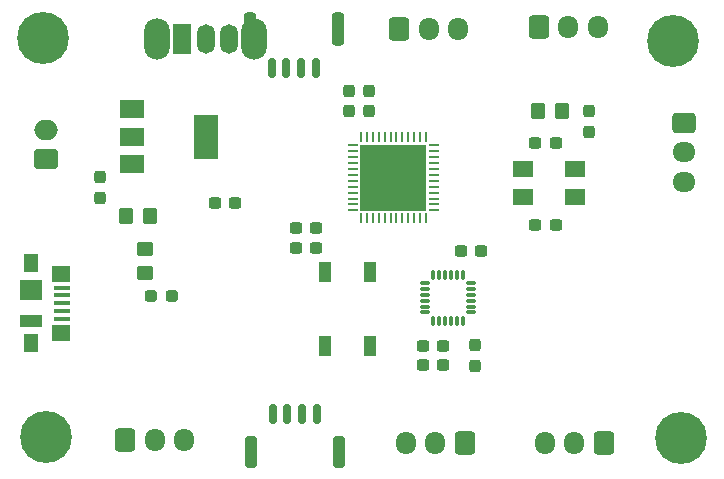
<source format=gbr>
%TF.GenerationSoftware,KiCad,Pcbnew,7.0.9*%
%TF.CreationDate,2025-06-07T20:57:36+05:30*%
%TF.ProjectId,flight_computer_rocketry,666c6967-6874-45f6-936f-6d7075746572,rev?*%
%TF.SameCoordinates,Original*%
%TF.FileFunction,Soldermask,Top*%
%TF.FilePolarity,Negative*%
%FSLAX46Y46*%
G04 Gerber Fmt 4.6, Leading zero omitted, Abs format (unit mm)*
G04 Created by KiCad (PCBNEW 7.0.9) date 2025-06-07 20:57:36*
%MOMM*%
%LPD*%
G01*
G04 APERTURE LIST*
G04 Aperture macros list*
%AMRoundRect*
0 Rectangle with rounded corners*
0 $1 Rounding radius*
0 $2 $3 $4 $5 $6 $7 $8 $9 X,Y pos of 4 corners*
0 Add a 4 corners polygon primitive as box body*
4,1,4,$2,$3,$4,$5,$6,$7,$8,$9,$2,$3,0*
0 Add four circle primitives for the rounded corners*
1,1,$1+$1,$2,$3*
1,1,$1+$1,$4,$5*
1,1,$1+$1,$6,$7*
1,1,$1+$1,$8,$9*
0 Add four rect primitives between the rounded corners*
20,1,$1+$1,$2,$3,$4,$5,0*
20,1,$1+$1,$4,$5,$6,$7,0*
20,1,$1+$1,$6,$7,$8,$9,0*
20,1,$1+$1,$8,$9,$2,$3,0*%
G04 Aperture macros list end*
%ADD10RoundRect,0.237500X-0.300000X-0.237500X0.300000X-0.237500X0.300000X0.237500X-0.300000X0.237500X0*%
%ADD11RoundRect,0.237500X0.237500X-0.287500X0.237500X0.287500X-0.237500X0.287500X-0.237500X-0.287500X0*%
%ADD12R,2.000000X1.500000*%
%ADD13R,2.000000X3.800000*%
%ADD14RoundRect,0.237500X-0.237500X0.300000X-0.237500X-0.300000X0.237500X-0.300000X0.237500X0.300000X0*%
%ADD15RoundRect,0.250000X-0.350000X-0.450000X0.350000X-0.450000X0.350000X0.450000X-0.350000X0.450000X0*%
%ADD16C,0.700000*%
%ADD17C,4.400000*%
%ADD18R,1.380000X0.450000*%
%ADD19R,1.300000X1.650000*%
%ADD20R,1.550000X1.425000*%
%ADD21R,1.900000X1.800000*%
%ADD22R,1.900000X1.000000*%
%ADD23RoundRect,0.150000X-0.150000X-0.700000X0.150000X-0.700000X0.150000X0.700000X-0.150000X0.700000X0*%
%ADD24RoundRect,0.250000X-0.250000X-1.100000X0.250000X-1.100000X0.250000X1.100000X-0.250000X1.100000X0*%
%ADD25RoundRect,0.250000X-0.450000X0.350000X-0.450000X-0.350000X0.450000X-0.350000X0.450000X0.350000X0*%
%ADD26R,1.800000X1.400000*%
%ADD27RoundRect,0.062500X0.375000X0.062500X-0.375000X0.062500X-0.375000X-0.062500X0.375000X-0.062500X0*%
%ADD28RoundRect,0.062500X0.062500X0.375000X-0.062500X0.375000X-0.062500X-0.375000X0.062500X-0.375000X0*%
%ADD29R,5.600000X5.600000*%
%ADD30RoundRect,0.250000X-0.250000X-1.150000X0.250000X-1.150000X0.250000X1.150000X-0.250000X1.150000X0*%
%ADD31R,1.000000X1.700000*%
%ADD32RoundRect,0.250000X-0.600000X-0.725000X0.600000X-0.725000X0.600000X0.725000X-0.600000X0.725000X0*%
%ADD33O,1.700000X1.950000*%
%ADD34RoundRect,0.250000X-0.725000X0.600000X-0.725000X-0.600000X0.725000X-0.600000X0.725000X0.600000X0*%
%ADD35O,1.950000X1.700000*%
%ADD36RoundRect,0.250000X0.750000X-0.600000X0.750000X0.600000X-0.750000X0.600000X-0.750000X-0.600000X0*%
%ADD37O,2.000000X1.700000*%
%ADD38RoundRect,0.237500X-0.237500X0.287500X-0.237500X-0.287500X0.237500X-0.287500X0.237500X0.287500X0*%
%ADD39RoundRect,0.075000X-0.350000X-0.075000X0.350000X-0.075000X0.350000X0.075000X-0.350000X0.075000X0*%
%ADD40RoundRect,0.075000X0.075000X-0.350000X0.075000X0.350000X-0.075000X0.350000X-0.075000X-0.350000X0*%
%ADD41RoundRect,0.250000X0.600000X0.725000X-0.600000X0.725000X-0.600000X-0.725000X0.600000X-0.725000X0*%
%ADD42RoundRect,0.250000X0.350000X0.450000X-0.350000X0.450000X-0.350000X-0.450000X0.350000X-0.450000X0*%
%ADD43RoundRect,0.237500X0.287500X0.237500X-0.287500X0.237500X-0.287500X-0.237500X0.287500X-0.237500X0*%
%ADD44O,2.200000X3.500000*%
%ADD45R,1.500000X2.500000*%
%ADD46O,1.500000X2.500000*%
G04 APERTURE END LIST*
D10*
%TO.C,C14*%
X117247500Y-77343000D03*
X118972500Y-77343000D03*
%TD*%
D11*
%TO.C,D2*%
X142113000Y-67536000D03*
X142113000Y-65786000D03*
%TD*%
D12*
%TO.C,U1*%
X103378000Y-65645000D03*
X103378000Y-67945000D03*
D13*
X109678000Y-67945000D03*
D12*
X103378000Y-70245000D03*
%TD*%
D14*
%TO.C,C12*%
X123444000Y-64087500D03*
X123444000Y-65812500D03*
%TD*%
D15*
%TO.C,R2*%
X137811000Y-65786000D03*
X139811000Y-65786000D03*
%TD*%
D16*
%TO.C,H3*%
X94235000Y-59563000D03*
X94718274Y-58396274D03*
X94718274Y-60729726D03*
X95885000Y-57913000D03*
D17*
X95885000Y-59563000D03*
D16*
X95885000Y-61213000D03*
X97051726Y-58396274D03*
X97051726Y-60729726D03*
X97535000Y-59563000D03*
%TD*%
D10*
%TO.C,C3*%
X128004000Y-87294000D03*
X129729000Y-87294000D03*
%TD*%
D18*
%TO.C,J1*%
X97472000Y-80742000D03*
X97472000Y-81392000D03*
X97472000Y-82042000D03*
X97472000Y-82692000D03*
X97472000Y-83342000D03*
D19*
X94812000Y-78667000D03*
D20*
X97387000Y-79554500D03*
D21*
X94812000Y-80892000D03*
D22*
X94812000Y-83592000D03*
D20*
X97387000Y-84529500D03*
D19*
X94812000Y-85417000D03*
%TD*%
D23*
%TO.C,J10*%
X115304000Y-91415000D03*
X116554000Y-91415000D03*
X117804000Y-91415000D03*
X119054000Y-91415000D03*
D24*
X113454000Y-94615000D03*
X120904000Y-94615000D03*
%TD*%
D25*
%TO.C,R3*%
X104521000Y-77486000D03*
X104521000Y-79486000D03*
%TD*%
D16*
%TO.C,H4*%
X147575000Y-59817000D03*
X148058274Y-58650274D03*
X148058274Y-60983726D03*
X149225000Y-58167000D03*
D17*
X149225000Y-59817000D03*
D16*
X149225000Y-61467000D03*
X150391726Y-58650274D03*
X150391726Y-60983726D03*
X150875000Y-59817000D03*
%TD*%
D26*
%TO.C,Y1*%
X136468000Y-73082000D03*
X140868000Y-73082000D03*
X140868000Y-70682000D03*
X136468000Y-70682000D03*
%TD*%
D27*
%TO.C,U4*%
X128975500Y-74186000D03*
X128975500Y-73686000D03*
X128975500Y-73186000D03*
X128975500Y-72686000D03*
X128975500Y-72186000D03*
X128975500Y-71686000D03*
X128975500Y-71186000D03*
X128975500Y-70686000D03*
X128975500Y-70186000D03*
X128975500Y-69686000D03*
X128975500Y-69186000D03*
X128975500Y-68686000D03*
D28*
X128288000Y-67998500D03*
X127788000Y-67998500D03*
X127288000Y-67998500D03*
X126788000Y-67998500D03*
X126288000Y-67998500D03*
X125788000Y-67998500D03*
X125288000Y-67998500D03*
X124788000Y-67998500D03*
X124288000Y-67998500D03*
X123788000Y-67998500D03*
X123288000Y-67998500D03*
X122788000Y-67998500D03*
D27*
X122100500Y-68686000D03*
X122100500Y-69186000D03*
X122100500Y-69686000D03*
X122100500Y-70186000D03*
X122100500Y-70686000D03*
X122100500Y-71186000D03*
X122100500Y-71686000D03*
X122100500Y-72186000D03*
X122100500Y-72686000D03*
X122100500Y-73186000D03*
X122100500Y-73686000D03*
X122100500Y-74186000D03*
D28*
X122788000Y-74873500D03*
X123288000Y-74873500D03*
X123788000Y-74873500D03*
X124288000Y-74873500D03*
X124788000Y-74873500D03*
X125288000Y-74873500D03*
X125788000Y-74873500D03*
X126288000Y-74873500D03*
X126788000Y-74873500D03*
X127288000Y-74873500D03*
X127788000Y-74873500D03*
X128288000Y-74873500D03*
D29*
X125538000Y-71436000D03*
%TD*%
D14*
%TO.C,C5*%
X132453000Y-85624500D03*
X132453000Y-87349500D03*
%TD*%
D10*
%TO.C,C10*%
X137551500Y-68453000D03*
X139276500Y-68453000D03*
%TD*%
%TO.C,C4*%
X128004000Y-85643000D03*
X129729000Y-85643000D03*
%TD*%
D23*
%TO.C,J6*%
X115219000Y-62148000D03*
X116469000Y-62148000D03*
X117719000Y-62148000D03*
X118969000Y-62148000D03*
D30*
X113369000Y-58798000D03*
X120819000Y-58798000D03*
%TD*%
D10*
%TO.C,C17*%
X117274000Y-75692000D03*
X118999000Y-75692000D03*
%TD*%
%TO.C,C9*%
X137551500Y-75438000D03*
X139276500Y-75438000D03*
%TD*%
D31*
%TO.C,SW1*%
X119766000Y-85700000D03*
X119766000Y-79400000D03*
X123566000Y-85700000D03*
X123566000Y-79400000D03*
%TD*%
D32*
%TO.C,J3*%
X126024000Y-58793500D03*
D33*
X128524000Y-58793500D03*
X131024000Y-58793500D03*
%TD*%
D34*
%TO.C,J8*%
X150114000Y-66755000D03*
D35*
X150114000Y-69255000D03*
X150114000Y-71755000D03*
%TD*%
D16*
%TO.C,H2*%
X148210000Y-93472000D03*
X148693274Y-92305274D03*
X148693274Y-94638726D03*
X149860000Y-91822000D03*
D17*
X149860000Y-93472000D03*
D16*
X149860000Y-95122000D03*
X151026726Y-92305274D03*
X151026726Y-94638726D03*
X151510000Y-93472000D03*
%TD*%
D32*
%TO.C,J9*%
X102823000Y-93599000D03*
D33*
X105323000Y-93599000D03*
X107823000Y-93599000D03*
%TD*%
D36*
%TO.C,J7*%
X96139000Y-69850000D03*
D37*
X96139000Y-67350000D03*
%TD*%
D38*
%TO.C,D1*%
X100711000Y-71388000D03*
X100711000Y-73138000D03*
%TD*%
D39*
%TO.C,U2*%
X128213000Y-80329000D03*
X128213000Y-80829000D03*
X128213000Y-81329000D03*
X128213000Y-81829000D03*
X128213000Y-82329000D03*
X128213000Y-82829000D03*
D40*
X128913000Y-83529000D03*
X129413000Y-83529000D03*
X129913000Y-83529000D03*
X130413000Y-83529000D03*
X130913000Y-83529000D03*
X131413000Y-83529000D03*
D39*
X132113000Y-82829000D03*
X132113000Y-82329000D03*
X132113000Y-81829000D03*
X132113000Y-81329000D03*
X132113000Y-80829000D03*
X132113000Y-80329000D03*
D40*
X131413000Y-79629000D03*
X130913000Y-79629000D03*
X130413000Y-79629000D03*
X129913000Y-79629000D03*
X129413000Y-79629000D03*
X128913000Y-79629000D03*
%TD*%
D16*
%TO.C,H1*%
X94490000Y-93345000D03*
X94973274Y-92178274D03*
X94973274Y-94511726D03*
X96140000Y-91695000D03*
D17*
X96140000Y-93345000D03*
D16*
X96140000Y-94995000D03*
X97306726Y-92178274D03*
X97306726Y-94511726D03*
X97790000Y-93345000D03*
%TD*%
D41*
%TO.C,J4*%
X131572000Y-93853000D03*
D33*
X129072000Y-93853000D03*
X126572000Y-93853000D03*
%TD*%
D41*
%TO.C,J5*%
X143343000Y-93853000D03*
D33*
X140843000Y-93853000D03*
X138343000Y-93853000D03*
%TD*%
D10*
%TO.C,C16*%
X110389500Y-73533000D03*
X112114500Y-73533000D03*
%TD*%
%TO.C,C7*%
X131217500Y-77642000D03*
X132942500Y-77642000D03*
%TD*%
D32*
%TO.C,J2*%
X137835000Y-58666500D03*
D33*
X140335000Y-58666500D03*
X142835000Y-58666500D03*
%TD*%
D42*
%TO.C,R1*%
X104886000Y-74676000D03*
X102886000Y-74676000D03*
%TD*%
D14*
%TO.C,C13*%
X121793000Y-64061000D03*
X121793000Y-65786000D03*
%TD*%
D43*
%TO.C,D3*%
X106793000Y-81407000D03*
X105043000Y-81407000D03*
%TD*%
D44*
%TO.C,SW3*%
X105528000Y-59690000D03*
X113728000Y-59690000D03*
D45*
X107628000Y-59690000D03*
D46*
X109628000Y-59690000D03*
X111628000Y-59690000D03*
%TD*%
M02*

</source>
